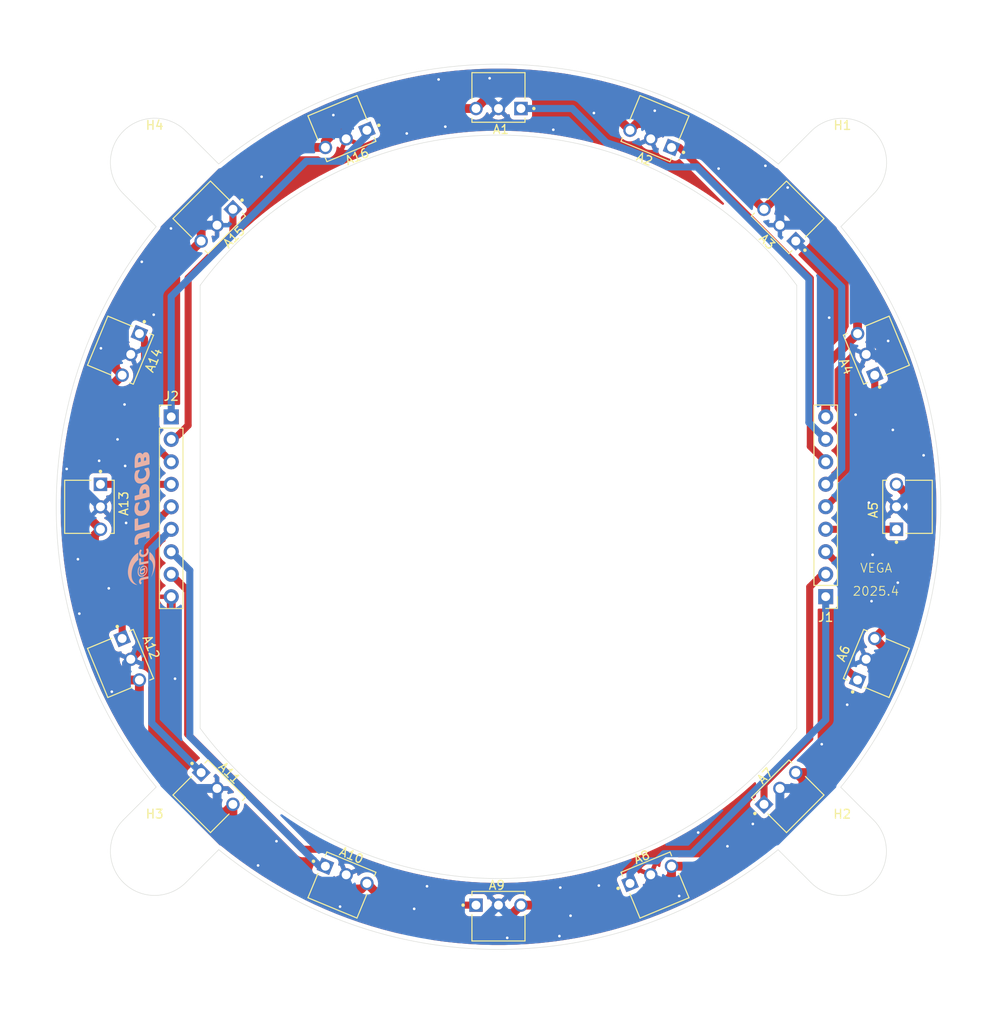
<source format=kicad_pcb>
(kicad_pcb (version 20240108) (generator "pcbnew") (generator_version "8.0")
  (layers (0 "F.Cu" signal) (31 "B.Cu" signal) (34 "B.Paste" user) (35 "F.Paste" user) (36 "B.SilkS" user "B.Silkscreen") (37 "F.SilkS" user "F.Silkscreen") (38 "B.Mask" user) (39 "F.Mask" user) (44 "Edge.Cuts" user))
  (net 0 "")
  (net 1 "+5V")
  (net 2 "1-8")
  (net 3 "GND")
  (net 4 "1-7")
  (net 5 "1-6")
  (net 6 "1-5")
  (net 7 "1-4")
  (net 8 "1-3")
  (net 9 "1-2")
  (net 10 "1-1")
  (net 11 "2-8")
  (net 12 "2-7")
  (net 13 "2-6")
  (net 14 "2-5")
  (net 15 "2-4")
  (net 16 "2-3")
  (net 17 "2-2")
  (net 18 "2-1")
  (footprint "BALLSensor:TSSP4038" (layer "F.Cu") (at 191.574579 82.779246 112.5)
    (property "Reference" "A4" (at -0.374 -2.635 112.5) (layer "F.SilkS"))
    (property "Value" "TSSP4038")
    (pad "1" thru_hole rect (at -2.54 0 112.5) (size 1.518 1.518) (drill 1.01) (layers "*.Cu" "*.Mask") (net 6 "1-5"))
    (pad "2" thru_hole circle (at 0 0 112.5) (size 1.518 1.518) (drill 1.01) (layers "*.Cu" "*.Mask") (net 3 "GND"))
    (pad "3" thru_hole circle (at 2.54 0 112.5) (size 1.518 1.518) (drill 1.01) (layers "*.Cu" "*.Mask") (net 1 "+5V"))
  )
  (footprint "BALLSensor:TSSP4038" (layer "F.Cu") (at 191.574579 117.220754 67.5)
    (property "Reference" "A6" (at -0.374 -2.635 67.5) (layer "F.SilkS"))
    (property "Value" "TSSP4038")
    (pad "1" thru_hole rect (at -2.54 0 67.5) (size 1.518 1.518) (drill 1.01) (layers "*.Cu" "*.Mask") (net 8 "1-3"))
    (pad "2" thru_hole circle (at 0 0 67.5) (size 1.518 1.518) (drill 1.01) (layers "*.Cu" "*.Mask") (net 3 "GND"))
    (pad "3" thru_hole circle (at 2.54 0 67.5) (size 1.518 1.518) (drill 1.01) (layers "*.Cu" "*.Mask") (net 1 "+5V"))
  )
  (footprint "BALLSensor:TSSP4038" (layer "F.Cu") (at 167.220754 141.574579 22.5)
    (property "Reference" "A8" (at -0.179761 -2.233376 22.5) (layer "F.SilkS"))
    (property "Value" "TSSP4038")
    (pad "1" thru_hole rect (at -2.54 0 22.5) (size 1.518 1.518) (drill 1.01) (layers "*.Cu" "*.Mask") (net 10 "1-1"))
    (pad "2" thru_hole circle (at 0 0 22.5) (size 1.518 1.518) (drill 1.01) (layers "*.Cu" "*.Mask") (net 3 "GND"))
    (pad "3" thru_hole circle (at 2.54 0 22.5) (size 1.518 1.518) (drill 1.01) (layers "*.Cu" "*.Mask") (net 1 "+5V"))
  )
  (footprint "MountingHole:MountingHole_3.2mm_M3" (layer "F.Cu") (at 188.885534 61.104466)
    (property "Reference" "H1" (at 0 -4.2 0) (layer "F.SilkS"))
    (property "Value" "MountingHole")
    (pad "" np_thru_hole circle (at 0 0) (size 3.2 3.2) (drill 3.2) (layers "*.Cu" "*.Mask"))
  )
  (footprint "BALLSensor:TSSP4038" (layer "F.Cu") (at 105 100 -90)
    (property "Reference" "A13" (at -0.374 -2.635 90) (layer "F.SilkS"))
    (property "Value" "TSSP4038")
    (pad "1" thru_hole rect (at -2.54 0 270) (size 1.518 1.518) (drill 1.01) (layers "*.Cu" "*.Mask") (net 15 "2-4"))
    (pad "2" thru_hole circle (at 0 0 270) (size 1.518 1.518) (drill 1.01) (layers "*.Cu" "*.Mask") (net 3 "GND"))
    (pad "3" thru_hole circle (at 2.54 0 270) (size 1.518 1.518) (drill 1.01) (layers "*.Cu" "*.Mask") (net 1 "+5V"))
  )
  (footprint "MountingHole:MountingHole_3.2mm_M3" (layer "F.Cu") (at 188.865534 138.915534)
    (property "Reference" "H2" (at 0 -4.2 0) (layer "F.SilkS"))
    (property "Value" "MountingHole")
    (pad "" np_thru_hole circle (at 0 0) (size 3.2 3.2) (drill 3.2) (layers "*.Cu" "*.Mask"))
  )
  (footprint "BALLSensor:TSSP4038" (layer "F.Cu") (at 150 55 180)
    (property "Reference" "A1" (at -0.27 -2.36 0) (layer "F.SilkS"))
    (property "Value" "TSSP4038")
    (pad "1" thru_hole rect (at -2.54 0 180) (size 1.518 1.518) (drill 1.01) (layers "*.Cu" "*.Mask") (net 2 "1-8"))
    (pad "2" thru_hole circle (at 0 0 180) (size 1.518 1.518) (drill 1.01) (layers "*.Cu" "*.Mask") (net 3 "GND"))
    (pad "3" thru_hole circle (at 2.54 0 180) (size 1.518 1.518) (drill 1.01) (layers "*.Cu" "*.Mask") (net 1 "+5V"))
  )
  (footprint "BALLSensor:TSSP4038" (layer "F.Cu") (at 118.180195 131.819805 -45)
    (property "Reference" "A11" (at -0.240416 -2.22004 135) (layer "F.SilkS"))
    (property "Value" "TSSP4038")
    (pad "1" thru_hole rect (at -2.54 0 315) (size 1.518 1.518) (drill 1.01) (layers "*.Cu" "*.Mask") (net 13 "2-6"))
    (pad "2" thru_hole circle (at 0 0 315) (size 1.518 1.518) (drill 1.01) (layers "*.Cu" "*.Mask") (net 3 "GND"))
    (pad "3" thru_hole circle (at 2.54 0 315) (size 1.518 1.518) (drill 1.01) (layers "*.Cu" "*.Mask") (net 1 "+5V"))
  )
  (footprint "BALLSensor:TSSP4038" (layer "F.Cu") (at 150 145)
    (property "Reference" "A9" (at -0.19 -2.24 0) (layer "F.SilkS"))
    (property "Value" "TSSP4038")
    (pad "1" thru_hole rect (at -2.54 0) (size 1.518 1.518) (drill 1.01) (layers "*.Cu" "*.Mask") (net 11 "2-8"))
    (pad "2" thru_hole circle (at 0 0) (size 1.518 1.518) (drill 1.01) (layers "*.Cu" "*.Mask") (net 3 "GND"))
    (pad "3" thru_hole circle (at 2.54 0) (size 1.518 1.518) (drill 1.01) (layers "*.Cu" "*.Mask") (net 1 "+5V"))
  )
  (footprint "Connector_PinHeader_2.54mm:PinHeader_1x09_P2.54mm_Vertical" (layer "F.Cu") (at 113 89.84)
    (property "Reference" "J2" (at 0 -2.33 0) (layer "F.SilkS"))
    (property "Value" "Conn_01x09_Socket")
    (pad "1" thru_hole rect (at 0 0) (size 1.7 1.7) (drill 1) (layers "*.Cu" "*.Mask") (net 18 "2-1"))
    (pad "2" thru_hole oval (at 0 2.54) (size 1.7 1.7) (drill 1) (layers "*.Cu" "*.Mask") (net 17 "2-2"))
    (pad "3" thru_hole oval (at 0 5.08) (size 1.7 1.7) (drill 1) (layers "*.Cu" "*.Mask") (net 16 "2-3"))
    (pad "4" thru_hole oval (at 0 7.62) (size 1.7 1.7) (drill 1) (layers "*.Cu" "*.Mask") (net 15 "2-4"))
    (pad "5" thru_hole oval (at 0 10.16) (size 1.7 1.7) (drill 1) (layers "*.Cu" "*.Mask") (net 14 "2-5"))
    (pad "6" thru_hole oval (at 0 12.7) (size 1.7 1.7) (drill 1) (layers "*.Cu" "*.Mask") (net 13 "2-6"))
    (pad "7" thru_hole oval (at 0 15.24) (size 1.7 1.7) (drill 1) (layers "*.Cu" "*.Mask") (net 12 "2-7"))
    (pad "8" thru_hole oval (at 0 17.78) (size 1.7 1.7) (drill 1) (layers "*.Cu" "*.Mask") (net 11 "2-8"))
    (pad "9" thru_hole oval (at 0 20.32) (size 1.7 1.7) (drill 1) (layers "*.Cu" "*.Mask") (net 3 "GND"))
  )
  (footprint "BALLSensor:TSSP4038" (layer "F.Cu") (at 108.425421 117.220754 -67.5)
    (property "Reference" "A12" (at -0.374 -2.635 112.5) (layer "F.SilkS"))
    (property "Value" "TSSP4038")
    (pad "1" thru_hole rect (at -2.54 0 292.5) (size 1.518 1.518) (drill 1.01) (layers "*.Cu" "*.Mask") (net 14 "2-5"))
    (pad "2" thru_hole circle (at 0 0 292.5) (size 1.518 1.518) (drill 1.01) (layers "*.Cu" "*.Mask") (net 3 "GND"))
    (pad "3" thru_hole circle (at 2.54 0 292.5) (size 1.518 1.518) (drill 1.01) (layers "*.Cu" "*.Mask") (net 1 "+5V"))
  )
  (footprint "BALLSensor:TSSP4038" (layer "F.Cu") (at 167.220754 58.425421 157.5)
    (property "Reference" "A2" (at -0.226858 -2.378843 157.5) (layer "F.SilkS"))
    (property "Value" "TSSP4038")
    (pad "1" thru_hole rect (at -2.54 0 157.5) (size 1.518 1.518) (drill 1.01) (layers "*.Cu" "*.Mask") (net 4 "1-7"))
    (pad "2" thru_hole circle (at 0 0 157.5) (size 1.518 1.518) (drill 1.01) (layers "*.Cu" "*.Mask") (net 3 "GND"))
    (pad "3" thru_hole circle (at 2.54 0 157.5) (size 1.518 1.518) (drill 1.01) (layers "*.Cu" "*.Mask") (net 1 "+5V"))
  )
  (footprint "BALLSensor:TSSP4038" (layer "F.Cu") (at 132.779246 141.574579 -22.5)
    (property "Reference" "A10" (at -0.284805 -2.257425 157.5) (layer "F.SilkS"))
    (property "Value" "TSSP4038")
    (pad "1" thru_hole rect (at -2.54 0 337.5) (size 1.518 1.518) (drill 1.01) (layers "*.Cu" "*.Mask") (net 12 "2-7"))
    (pad "2" thru_hole circle (at 0 0 337.5) (size 1.518 1.518) (drill 1.01) (layers "*.Cu" "*.Mask") (net 3 "GND"))
    (pad "3" thru_hole circle (at 2.54 0 337.5) (size 1.518 1.518) (drill 1.01) (layers "*.Cu" "*.Mask") (net 1 "+5V"))
  )
  (footprint "Connector_PinHeader_2.54mm:PinHeader_1x09_P2.54mm_Vertical" (layer "F.Cu") (at 187 110.15 180)
    (property "Reference" "J1" (at 0 -2.33 180) (layer "F.SilkS"))
    (property "Value" "Conn_01x09_Socket")
    (pad "1" thru_hole rect (at 0 0 180) (size 1.7 1.7) (drill 1) (layers "*.Cu" "*.Mask") (net 10 "1-1"))
    (pad "2" thru_hole oval (at 0 2.54 180) (size 1.7 1.7) (drill 1) (layers "*.Cu" "*.Mask") (net 9 "1-2"))
    (pad "3" thru_hole oval (at 0 5.08 180) (size 1.7 1.7) (drill 1) (layers "*.Cu" "*.Mask") (net 8 "1-3"))
    (pad "4" thru_hole oval (at 0 7.62 180) (size 1.7 1.7) (drill 1) (layers "*.Cu" "*.Mask") (net 7 "1-4"))
    (pad "5" thru_hole oval (at 0 10.16 180) (size 1.7 1.7) (drill 1) (layers "*.Cu" "*.Mask") (net 6 "1-5"))
    (pad "6" thru_hole oval (at 0 12.7 180) (size 1.7 1.7) (drill 1) (layers "*.Cu" "*.Mask") (net 5 "1-6"))
    (pad "7" thru_hole oval (at 0 15.24 180) (size 1.7 1.7) (drill 1) (layers "*.Cu" "*.Mask") (net 4 "1-7"))
    (pad "8" thru_hole oval (at 0 17.78 180) (size 1.7 1.7) (drill 1) (layers "*.Cu" "*.Mask") (net 2 "1-8"))
    (pad "9" thru_hole oval (at 0 20.32 180) (size 1.7 1.7) (drill 1) (layers "*.Cu" "*.Mask") (net 1 "+5V"))
  )
  (footprint "BALLSensor:TSSP4038" (layer "F.Cu") (at 181.819805 131.819805 45)
    (property "Reference" "A7" (at -0.176777 -2.184684 45) (layer "F.SilkS"))
    (property "Value" "TSSP4038")
    (pad "1" thru_hole rect (at -2.54 0 45) (size 1.518 1.518) (drill 1.01) (layers "*.Cu" "*.Mask") (net 9 "1-2"))
    (pad "2" thru_hole circle (at 0 0 45) (size 1.518 1.518) (drill 1.01) (layers "*.Cu" "*.Mask") (net 3 "GND"))
    (pad "3" thru_hole circle (at 2.54 0 45) (size 1.518 1.518) (drill 1.01) (layers "*.Cu" "*.Mask") (net 1 "+5V"))
  )
  (footprint "BALLSensor:TSSP4038" (layer "F.Cu") (at 195 100 90)
    (property "Reference" "A5" (at -0.374 -2.635 90) (layer "F.SilkS"))
    (property "Value" "TSSP4038")
    (pad "1" thru_hole rect (at -2.54 0 90) (size 1.518 1.518) (drill 1.01) (layers "*.Cu" "*.Mask") (net 7 "1-4"))
    (pad "2" thru_hole circle (at 0 0 90) (size 1.518 1.518) (drill 1.01) (layers "*.Cu" "*.Mask") (net 3 "GND"))
    (pad "3" thru_hole circle (at 2.54 0 90) (size 1.518 1.518) (drill 1.01) (layers "*.Cu" "*.Mask") (net 1 "+5V"))
  )
  (footprint "BALLSensor:TSSP4038" (layer "F.Cu") (at 181.819805 68.180195 135)
    (property "Reference" "A3" (at -0.289914 -2.340248 135) (layer "F.SilkS"))
    (property "Value" "TSSP4038")
    (pad "1" thru_hole rect (at -2.54 0 135) (size 1.518 1.518) (drill 1.01) (layers "*.Cu" "*.Mask") (net 5 "1-6"))
    (pad "2" thru_hole circle (at 0 0 135) (size 1.518 1.518) (drill 1.01) (layers "*.Cu" "*.Mask") (net 3 "GND"))
    (pad "3" thru_hole circle (at 2.54 0 135) (size 1.518 1.518) (drill 1.01) (layers "*.Cu" "*.Mask") (net 1 "+5V"))
  )
  (footprint "BALLSensor:TSSP4038" (layer "F.Cu") (at 118.180195 68.180195 -135)
    (property "Reference" "A15" (at -0.410122 -2.304892 45) (layer "F.SilkS"))
    (property "Value" "TSSP4038")
    (pad "1" thru_hole rect (at -2.54 0 225) (size 1.518 1.518) (drill 1.01) (layers "*.Cu" "*.Mask") (net 17 "2-2"))
    (pad "2" thru_hole circle (at 0 0 225) (size 1.518 1.518) (drill 1.01) (layers "*.Cu" "*.Mask") (net 3 "GND"))
    (pad "3" thru_hole circle (at 2.54 0 225) (size 1.518 1.518) (drill 1.01) (layers "*.Cu" "*.Mask") (net 1 "+5V"))
  )
  (footprint "BALLSensor:TSSP4038" (layer "F.Cu") (at 108.425421 82.779246 -112.5)
    (property "Reference" "A14" (at -0.374 -2.635 67.5) (layer "F.SilkS"))
    (property "Value" "TSSP4038")
    (pad "1" thru_hole rect (at -2.54 0 247.5) (size 1.518 1.518) (drill 1.01) (layers "*.Cu" "*.Mask") (net 16 "2-3"))
    (pad "2" thru_hole circle (at 0 0 247.5) (size 1.518 1.518) (drill 1.01) (layers "*.Cu" "*.Mask") (net 3 "GND"))
    (pad "3" thru_hole circle (at 2.54 0 247.5) (size 1.518 1.518) (drill 1.01) (layers "*.Cu" "*.Mask") (net 1 "+5V"))
  )
  (footprint "BALLSensor:TSSP4038" (layer "F.Cu") (at 132.779246 58.425421 -157.5)
    (property "Reference" "A16" (at -0.375361 -2.336044 22.5) (layer "F.SilkS"))
    (property "Value" "TSSP4038")
    (pad "1" thru_hole rect (at -2.54 0 202.5) (size 1.518 1.518) (drill 1.01) (layers "*.Cu" "*.Mask") (net 18 "2-1"))
    (pad "2" thru_hole circle (at 0 0 202.5) (size 1.518 1.518) (drill 1.01) (layers "*.Cu" "*.Mask") (net 3 "GND"))
    (pad "3" thru_hole circle (at 2.54 0 202.5) (size 1.518 1.518) (drill 1.01) (layers "*.Cu" "*.Mask") (net 1 "+5V"))
  )
  (footprint "MountingHole:MountingHole_3.2mm_M3" (layer "F.Cu") (at 111.124466 61.094466)
    (property "Reference" "H4" (at 0 -4.2 0) (layer "F.SilkS"))
    (property "Value" "MountingHole")
    (pad "" np_thru_hole circle (at 0 0) (size 3.2 3.2) (drill 3.2) (layers "*.Cu" "*.Mask"))
  )
  (footprint "MountingHole:MountingHole_3.2mm_M3" (layer "F.Cu") (at 111.124466 138.905534)
    (property "Reference" "H3" (at 0 -4.2 0) (layer "F.SilkS"))
    (property "Value" "MountingHole")
    (pad "" np_thru_hole circle (at 0 0) (size 3.2 3.2) (drill 3.2) (layers "*.Cu" "*.Mask"))
  )
  (footprint "JLCPCBlogo:JLCPCB" (layer "B.Cu") (at 109.65 101.33 90)
    (property "Reference" "G***" (hide yes))
    (property "Value" "LOGO" (hide yes))
  )
  (gr_line (start 188.865534 131.844466) (end 192.401068 135.38) (stroke (width 0.05)) (layer "Edge.Cuts"))
  (gr_line (start 118.195534 138.905534) (end 118.36524 138.735828) (stroke (width 0.05)) (layer "Edge.Cuts"))
  (gr_line (start 111.294172 68.33524) (end 111.124466 68.165534) (stroke (width 0.05)) (layer "Edge.Cuts"))
  (gr_arc (start 188.715827 68.345241) (mid 200.009387 100.014072) (end 188.698006 131.676543) (stroke (width 0.05)) (layer "Edge.Cuts"))
  (gr_line (start 181.794466 138.915534) (end 181.62476 138.745828) (stroke (width 0.05)) (layer "Edge.Cuts"))
  (gr_arc (start 183.729999 125.02) (mid 150 141.996586) (end 116.270001 125.02) (stroke (width 0.05)) (layer "Edge.Cuts"))
  (gr_line (start 181.814466 61.104466) (end 185.35 57.568932) (stroke (width 0.05)) (layer "Edge.Cuts"))
  (gr_line (start 118.195534 61.094466) (end 114.66 57.558932) (stroke (width 0.05)) (layer "Edge.Cuts"))
  (gr_line (start 118.195534 61.094466) (end 118.36524 61.264172) (stroke (width 0.05)) (layer "Edge.Cuts"))
  (gr_line (start 188.885534 68.175534) (end 192.421068 64.64) (stroke (width 0.05)) (layer "Edge.Cuts"))
  (gr_line (start 181.814853 61.105147) (end 181.645147 61.274853) (stroke (width 0.05)) (layer "Edge.Cuts"))
  (gr_arc (start 116.270001 74.98) (mid 150 58.003414) (end 183.729999 74.98) (stroke (width 0.05)) (layer "Edge.Cuts"))
  (gr_line (start 114.66 142.441068) (end 118.195534 138.905534) (stroke (width 0.05)) (layer "Edge.Cuts"))
  (gr_line (start 181.794466 138.915534) (end 185.33 142.451068) (stroke (width 0.05)) (layer "Edge.Cuts"))
  (gr_arc (start 118.366316 61.265489) (mid 150.007401 49.989479) (end 181.645147 61.274853) (stroke (width 0.05)) (layer "Edge.Cuts"))
  (gr_line (start 116.27 100) (end 116.27 125.02) (stroke (width 0.05)) (layer "Edge.Cuts"))
  (gr_line (start 107.588932 135.37) (end 111.124466 131.834466) (stroke (width 0.05)) (layer "Edge.Cuts"))
  (gr_line (start 183.73 99.99) (end 183.73 125.02) (stroke (width 0.05)) (layer "Edge.Cuts"))
  (gr_line (start 183.73 99.99) (end 183.73 74.98) (stroke (width 0.05)) (layer "Edge.Cuts"))
  (gr_arc (start 114.66 142.441068) (mid 107.588932 142.441068) (end 107.588932 135.37) (stroke (width 0.05)) (layer "Edge.Cuts"))
  (gr_line (start 111.124466 131.834466) (end 111.294172 131.66476) (stroke (width 0.05)) (layer "Edge.Cuts"))
  (gr_line (start 188.865534 131.844466) (end 188.695828 131.67476) (stroke (width 0.05)) (layer "Edge.Cuts"))
  (gr_line (start 111.124466 68.165534) (end 107.588932 64.63) (stroke (width 0.05)) (layer "Edge.Cuts"))
  (gr_arc (start 185.35 57.568932) (mid 192.421068 57.568932) (end 192.421068 64.64) (stroke (width 0.05)) (layer "Edge.Cuts"))
  (gr_line (start 188.885534 68.175534) (end 188.715828 68.34524) (stroke (width 0.05)) (layer "Edge.Cuts"))
  (gr_line (start 116.27 100) (end 116.27 74.98) (stroke (width 0.05)) (layer "Edge.Cuts"))
  (gr_arc (start 181.619102 138.738896) (mid 149.992966 150.004696) (end 118.37 138.729999) (stroke (width 0.05)) (layer "Edge.Cuts"))
  (gr_arc (start 192.401068 135.38) (mid 192.401068 142.451068) (end 185.33 142.451068) (stroke (width 0.05)) (layer "Edge.Cuts"))
  (gr_arc (start 111.299997 131.659995) (mid 99.999545 99.999997) (end 111.300001 68.340001) (stroke (width 0.05)) (layer "Edge.Cuts"))
  (gr_arc (start 107.588932 64.63) (mid 107.588932 57.558932) (end 114.66 57.558932) (stroke (width 0.05)) (layer "Edge.Cuts"))
  (gr_text "VEGA" (at 190.83 107.5 0) (layer "F.SilkS") (effects (font (size 1 1) (thickness 0.1)) (justify left bottom)))
  (gr_text "2025.4" (at 189.99 110.12 0) (layer "F.SilkS") (effects (font (size 1 1) (thickness 0.1)) (justify left bottom)))
  (segment (start 184.43 133.39) (end 184.43 130.837898) (width 1) (layer "F.Cu") (net 1))
  (segment (start 180.023754 66.384144) (end 177.25 63.61039) (width 1) (layer "F.Cu") (net 1))
  (segment (start 150.04 52.42) (end 147.46 55) (width 1) (layer "F.Cu") (net 1))
  (segment (start 135.1259 142.546595) (end 140.259305 147.68) (width 1) (layer "F.Cu") (net 1))
  (segment (start 172.154405 56.694405) (end 165.6331 56.694405) (width 1) (layer "F.Cu") (net 1))
  (segment (start 130.432592 59.397437) (end 122.574501 59.397437) (width 1) (layer "F.Cu") (net 1))
  (segment (start 194.76 118.85) (end 194.76 117.087505) (width 1) (layer "F.Cu") (net 1))
  (segment (start 181.187898 65.22) (end 180.023754 66.384144) (width 1) (layer "F.Cu") (net 1))
  (segment (start 102.67 100.21) (end 105 102.54) (width 1) (layer "F.Cu") (net 1))
  (segment (start 193.3 122.27) (end 193.3 120.31) (width 1) (layer "F.Cu") (net 1))
  (segment (start 116.384144 69.976246) (end 106.694405 79.665985) (width 1) (layer "F.Cu") (net 1))
  (segment (start 193.3 120.31) (end 194.76 118.85) (width 1) (layer "F.Cu") (net 1))
  (segment (start 190.602563 72.852563) (end 182.97 65.22) (width 1) (layer "F.Cu") (net 1))
  (segment (start 134.141329 55) (end 130.432592 58.708737) (width 1) (layer "F.Cu") (net 1))
  (segment (start 197.58 109.840695) (end 197.58 100.04) (width 1) (layer "F.Cu") (net 1))
  (segment (start 119.112102 134.48) (end 119.976246 133.615856) (width 1) (layer "F.Cu") (net 1))
  (segment (start 102.67 89.909305) (end 102.67 100.21) (width 1) (layer "F.Cu") (net 1))
  (segment (start 184.43 130.837898) (end 183.615856 130.023754) (width 1) (layer "F.Cu") (net 1))
  (segment (start 140.259305 147.68) (end 149.86 147.68) (width 1) (layer "F.Cu") (net 1))
  (segment (start 190.602563 80.432592) (end 187 84.035155) (width 1) (layer "F.Cu") (net 1))
  (segment (start 197.58 100.04) (end 195 97.46) (width 1) (layer "F.Cu") (net 1))
  (segment (start 182.97 65.22) (end 181.187898 65.22) (width 1) (layer "F.Cu") (net 1))
  (segment (start 177.25 61.79) (end 172.154405 56.694405) (width 1) (layer "F.Cu") (net 1))
  (segment (start 105 102.54) (end 104.32 103.22) (width 1) (layer "F.Cu") (net 1))
  (segment (start 164.8741 57.453405) (end 159.840695 52.42) (width 1) (layer "F.Cu") (net 1))
  (segment (start 149.86 147.68) (end 152.54 145) (width 1) (layer "F.Cu") (net 1))
  (segment (start 147.46 55) (end 134.141329 55) (width 1) (layer "F.Cu") (net 1))
  (segment (start 192.546595 114.8741) (end 197.58 109.840695) (width 1) (layer "F.Cu") (net 1))
  (segment (start 104.32 103.22) (end 104.32 116.69) (width 1) (layer "F.Cu") (net 1))
  (segment (start 106.694405 79.665985) (end 106.694405 84.3669) (width 1) (layer "F.Cu") (net 1))
  (segment (start 134.492495 143.18) (end 135.1259 142.546595) (width 1) (layer "F.Cu") (net 1))
  (segment (start 187 84.035155) (end 187 89.83) (width 1) (layer "F.Cu") (net 1))
  (segment (start 116.460341 134.48) (end 119.112102 134.48) (width 1) (layer "F.Cu") (net 1))
  (segment (start 130.432592 58.708737) (end 130.432592 59.397437) (width 1) (layer "F.Cu") (net 1))
  (segment (start 169.567408 140.602563) (end 177.217437 140.602563) (width 1) (layer "F.Cu") (net 1))
  (segment (start 165.6331 56.694405) (end 164.8741 57.453405) (width 1) (layer "F.Cu") (net 1))
  (segment (start 169.567408 141.675951) (end 169.567408 140.602563) (width 1) (layer "F.Cu") (net 1))
  (segment (start 122.574501 59.397437) (end 116.384144 65.587794) (width 1) (layer "F.Cu") (net 1))
  (segment (start 116.384144 65.587794) (end 116.384144 69.976246) (width 1) (layer "F.Cu") (net 1))
  (segment (start 183.615856 130.023754) (end 185.546246 130.023754) (width 1) (layer "F.Cu") (net 1))
  (segment (start 152.54 145) (end 166.243359 145) (width 1) (layer "F.Cu") (net 1))
  (segment (start 159.840695 52.42) (end 150.04 52.42) (width 1) (layer "F.Cu") (net 1))
  (segment (start 190.602563 80.432592) (end 190.602563 72.852563) (width 1) (layer "F.Cu") (net 1))
  (segment (start 128.09 143.18) (end 134.492495 143.18) (width 1) (layer "F.Cu") (net 1))
  (segment (start 106.694405 84.3669) (end 107.453405 85.1259) (width 1) (layer "F.Cu") (net 1))
  (segment (start 177.25 63.61039) (end 177.25 61.79) (width 1) (layer "F.Cu") (net 1))
  (segment (start 107.453405 85.1259) (end 102.67 89.909305) (width 1) (layer "F.Cu") (net 1))
  (segment (start 194.76 117.087505) (end 192.546595 114.8741) (width 1) (layer "F.Cu") (net 1))
  (segment (start 104.32 116.69) (end 107.197408 119.567408) (width 1) (layer "F.Cu") (net 1))
  (segment (start 177.217437 140.602563) (end 184.43 133.39) (width 1) (layer "F.Cu") (net 1))
  (segment (start 107.197408 119.567408) (end 109.397437 119.567408) (width 1) (layer "F.Cu") (net 1))
  (segment (start 109.397437 127.417096) (end 116.460341 134.48) (width 1) (layer "F.Cu") (net 1))
  (segment (start 185.546246 130.023754) (end 193.3 122.27) (width 1) (layer "F.Cu") (net 1))
  (segment (start 119.976246 133.615856) (end 119.976246 135.066246) (width 1) (layer "F.Cu") (net 1))
  (segment (start 119.976246 135.066246) (end 128.09 143.18) (width 1) (layer "F.Cu") (net 1))
  (segment (start 166.243359 145) (end 169.567408 141.675951) (width 1) (layer "F.Cu") (net 1))
  (segment (start 109.397437 119.567408) (end 109.397437 127.417096) (width 1) (layer "F.Cu") (net 1))
  (segment (start 158.34 55) (end 162.215072 58.875072) (width 0.8) (layer "B.Cu") (net 2))
  (segment (start 172.44 61.6) (end 185.1 74.26) (width 0.8) (layer "B.Cu") (net 2))
  (segment (start 162.455917 58.944083) (end 163.722763 59.349982) (width 0.8) (layer "B.Cu") (net 2))
  (segment (start 152.54 55) (end 158.34 55) (width 0.8) (layer "B.Cu") (net 2))
  (segment (start 162.215072 58.875072) (end 162.455917 58.944083) (width 0.8) (layer "B.Cu") (net 2))
  (segment (start 166.215582 60.278556) (end 167.439245 60.800371) (width 0.8) (layer "B.Cu") (net 2))
  (segment (start 185.1 74.26) (end 185.1 90.47) (width 0.8) (layer "B.Cu") (net 2))
  (segment (start 164.976365 59.794941) (end 166.215582 60.278556) (width 0.8) (layer "B.Cu") (net 2))
  (segment (start 168.646098 61.35985) (end 169.12466 61.6) (width 0.8) (layer "B.Cu") (net 2))
  (segment (start 169.12466 61.6) (end 172.44 61.6) (width 0.8) (layer "B.Cu") (net 2))
  (segment (start 163.722763 59.349982) (end 164.976365 59.794941) (width 0.8) (layer "B.Cu") (net 2))
  (segment (start 167.439245 60.800371) (end 168.646098 61.35985) (width 0.8) (layer "B.Cu") (net 2))
  (segment (start 185.1 90.47) (end 187 92.37) (width 0.8) (layer "B.Cu") (net 2))
  (segment (start 113 110.16) (end 113 112.58) (width 1) (layer "F.Cu") (net 3))
  (segment (start 108.425421 117.154579) (end 108.425421 117.220754) (width 1) (layer "F.Cu") (net 3))
  (segment (start 113 112.58) (end 108.425421 117.154579) (width 1) (layer "F.Cu") (net 3))
  (via (at 191.88 99.53) (size 0.6) (drill 0.3) (layers "F.Cu" "B.Cu") (net 3))
  (via (at 109.67 72.32) (size 0.6) (drill 0.3) (layers "F.Cu" "B.Cu") (net 3))
  (via (at 113.43 119.42) (size 0.6) (drill 0.3) (layers "F.Cu" "B.Cu") (net 3))
  (via (at 180.18 61.47) (size 0.6) (drill 0.3) (layers "F.Cu" "B.Cu") (net 3))
  (via (at 156.99 143.02) (size 0.6) (drill 0.3) (layers "F.Cu" "B.Cu") (net 3))
  (via (at 140.47 145.42) (size 0.6) (drill 0.3) (layers "F.Cu" "B.Cu") (net 3))
  (via (at 172.58 136.8) (size 0.6) (drill 0.3) (layers "F.Cu" "B.Cu") (net 3))
  (via (at 143.23 51.72) (size 0.6) (drill 0.3) (layers "F.Cu" "B.Cu") (net 3))
  (via (at 106.28 120.89) (size 0.6) (drill 0.3) (layers "F.Cu" "B.Cu") (net 3))
  (via (at 160.79 55.51) (size 0.6) (drill 0.3) (layers "F.Cu" "B.Cu") (net 3))
  (via (at 122.82 140.52) (size 0.6) (drill 0.3) (layers "F.Cu" "B.Cu") (net 3))
  (via (at 106.93 92.38) (size 0.6) (drill 0.3) (layers "F.Cu" "B.Cu") (net 3))
  (via (at 150.99 148.7) (size 0.6) (drill 0.3) (layers "F.Cu" "B.Cu") (net 3))
  (via (at 105.05 82.09) (size 0.6) (drill 0.3) (layers "F.Cu" "B.Cu") (net 3))
  (via (at 167.67 55.25) (size 0.6) (drill 0.3) (layers "F.Cu" "B.Cu") (net 3))
  (via (at 105.94 109.21) (size 0.6) (drill 0.3) (layers "F.Cu" "B.Cu") (net 3))
  (via (at 112.97 68.55) (size 0.6) (drill 0.3) (layers "F.Cu" "B.Cu") (net 3))
  (via (at 192.3 105.42) (size 0.6) (drill 0.3) (layers "F.Cu" "B.Cu") (net 3))
  (via (at 158.15 146.2) (size 0.6) (drill 0.3) (layers "F.Cu" "B.Cu") (net 3))
  (via (at 170.43 143.97) (size 0.6) (drill 0.3) (layers "F.Cu" "B.Cu") (net 3))
  (via (at 198.07 94.18) (size 0.6) (drill 0.3) (layers "F.Cu" "B.Cu") (net 3))
  (via (at 195.15 108.57) (size 0.6) (drill 0.3) (layers "F.Cu" "B.Cu") (net 3))
  (via (at 175.89 138.35) (size 0.6) (drill 0.3) (layers "F.Cu" "B.Cu") (net 3))
  (via (at 161.35 142.79) (size 0.6) (drill 0.3) (layers "F.Cu" "B.Cu") (net 3))
  (via (at 123.22 62.71) (size 0.6) (drill 0.3) (layers "F.Cu" "B.Cu") (net 3))
  (via (at 141.92 142.87) (size 0.6) (drill 0.3) (layers "F.Cu" "B.Cu") (net 3))
  (via (at 156.89 148.5) (size 0.6) (drill 0.3) (layers "F.Cu" "B.Cu") (net 3))
  (via (at 186.55 126.82) (size 0.6) (drill 0.3) (layers "F.Cu" "B.Cu") (net 3))
  (via (at 182.7 63.93) (size 0.6) (drill 0.3) (layers "F.Cu" "B.Cu") (net 3))
  (via (at 107.72 88.44) (size 0.6) (drill 0.3) (layers "F.Cu" "B.Cu") (net 3))
  (via (at 132.09 145.17) (size 0.6) (drill 0.3) (layers "F.Cu" "B.Cu") (net 3))
  (via (at 189.43 122.36) (size 0.6) (drill 0.3) (layers "F.Cu" "B.Cu") (net 3))
  (via (at 194.06 81.26) (size 0.6) (drill 0.3) (layers "F.Cu" "B.Cu") (net 3))
  (via (at 178.76 135.83) (size 0.6) (drill 0.3) (layers "F.Cu" "B.Cu") (net 3))
  (via (at 156.2 57.4) (size 0.6) (drill 0.3) (layers "F.Cu" "B.Cu") (net 3))
  (via (at 143.99 57.05) (size 0.6) (drill 0.3) (layers "F.Cu" "B.Cu") (net 3))
  (via (at 124.9 137.78) (size 0.6) (drill 0.3) (layers "F.Cu" "B.Cu") (net 3))
  (via (at 107.79 95.38) (size 0.6) (drill 0.3) (layers "F.Cu" "B.Cu") (net 3))
  (via (at 101.18 95.72) (size 0.6) (drill 0.3) (layers "F.Cu" "B.Cu") (net 3))
  (via (at 190.38 89.59) (size 0.6) (drill 0.3) (layers "F.Cu" "B.Cu") (net 3))
  (via (at 107.9 101.82) (size 0.6) (drill 0.3) (layers "F.Cu" "B.Cu") (net 3))
  (via (at 102.61 112.07) (size 0.6) (drill 0.3) (layers "F.Cu" "B.Cu") (net 3))
  (via (at 149 51.58) (size 0.6) (drill 0.3) (layers "F.Cu" "B.Cu") (net 3))
  (via (at 131.33 55.74) (size 0.6) (drill 0.3) (layers "F.Cu" "B.Cu") (net 3))
  (via (at 192.18 110.66) (size 0.6) (drill 0.3) (layers "F.Cu" "B.Cu") (net 3))
  (via (at 104.85 94.8) (size 0.6) (drill 0.3) (layers "F.Cu" "B.Cu") (net 3))
  (via (at 194.59 91.31) (size 0.6) (drill 0.3) (layers "F.Cu" "B.Cu") (net 3))
  (via (at 139.63 57.82) (size 0.6) (drill 0.3) (layers "F.Cu" "B.Cu") (net 3))
  (via (at 102.45 105.92) (size 0.6) (drill 0.3) (layers "F.Cu" "B.Cu") (net 3))
  (via (at 174.89 61.79) (size 0.6) (drill 0.3) (layers "F.Cu" "B.Cu") (net 3))
  (via (at 111.02 78.3) (size 0.6) (drill 0.3) (layers "F.Cu" "B.Cu") (net 3))
  (via (at 187.39 78.63) (size 0.6) (drill 0.3) (layers "F.Cu" "B.Cu") (net 3))
  (segment (start 192.061563 82.292262) (end 192.061563 75.341563) (width 1) (layer "B.Cu") (net 3))
  (segment (start 126.3 57.84) (end 118.180195 65.959805) (width 1) (layer "B.Cu") (net 3))
  (segment (start 152.39 147.39) (end 162.442081 147.39) (width 1) (layer "B.Cu") (net 3))
  (segment (start 192.639246 82.779246) (end 191.574579 82.779246) (width 1) (layer "B.Cu") (net 3))
  (segment (start 192.287746 124.742254) (end 192.333579 124.665401) (width 1) (layer "B.Cu") (net 3))
  (segment (start 191.574579 117.220754) (end 193.551013 117.220754) (width 1) (layer "B.Cu") (net 3))
  (segment (start 102.95 97.95) (end 105 100) (width 1) (layer "B.Cu") (net 3))
  (segment (start 107.938437 124.978437) (end 114.779805 131.819805) (width 1) (layer "B.Cu") (net 3))
  (segment (start 118.180195 68.180195) (end 116.116857 68.180195) (width 1) (layer "B.Cu") (net 3))
  (segment (start 181.819805 64.789805) (end 174.744691 57.714691) (width 1) (layer "B.Cu") (net 3))
  (segment (start 196.459 98.541) (end 196.459 86.599) (width 1) (layer "B.Cu") (net 3))
  (segment (start 174.615322 57.64) (end 168.006175 57.64) (width 1) (layer "B.Cu") (net 3))
  (segment (start 174.661085 142.333579) (end 174.815671 142.244329) (width 1) (layer "B.Cu") (net 3))
  (segment (start 116.116857 68.180195) (end 107.705756 76.591296) (width 1) (layer "B.Cu") (net 3))
  (segment (start 132.779246 57.270754) (end 132.779246 58.425421) (width 1) (layer "B.Cu") (net 3))
  (segment (start 122.81 139.07) (end 126.034244 142.294244) (width 1) (layer "B.Cu") (net 3))
  (segment (start 185.210195 131.819805) (end 192.287746 124.742254) (width 1) (layer "B.Cu") (net 3))
  (segment (start 192.333579 124.665401) (end 192.333579 117.979754) (width 1) (layer "B.Cu") (net 3))
  (segment (start 120.9 139.07) (end 122.81 139.07) (width 1) (layer "B.Cu") (net 3))
  (segment (start 152.15 52.85) (end 150 55) (width 1) (layer "B.Cu") (net 3))
  (segment (start 167.979754 142.333579) (end 174.661085 142.333579) (width 1) (layer "B.Cu") (net 3))
  (segment (start 132.779246 141.574579) (end 132.779246 142.647967) (width 1) (layer "B.Cu") (net 3))
  (segment (start 126.034244 142.294244) (end 132.059581 142.294244) (width 1) (layer "B.Cu") (net 3))
  (segment (start 167.220754 57.352033) (end 162.718721 52.85) (width 1) (layer "B.Cu") (net 3))
  (segment (start 107.705756 76.591296) (end 107.705756 82.059581) (width 1) (layer "B.Cu") (net 3))
  (segment (start 107.705756 82.059581) (end 108.425421 82.779246) (width 1) (layer "B.Cu") (net 3))
  (segment (start 137.24 52.81) (end 132.779246 57.270754) (width 1) (layer "B.Cu") (net 3))
  (segment (start 168.006175 57.64) (end 167.220754 58.425421) (width 1) (layer "B.Cu") (net 3))
  (segment (start 181.819805 131.819805) (end 185.210195 131.819805) (width 1) (layer "B.Cu") (net 3))
  (segment (start 181.819805 135.240195) (end 181.819805 131.819805) (width 1) (layer "B.Cu") (net 3))
  (segment (start 197.024177 113.74759) (end 197.05 113.658801) (width 1) (layer "B.Cu") (net 3))
  (segment (start 114.779805 131.819805) (end 118.180195 131.819805) (width 1) (layer "B.Cu") (net 3))
  (segment (start 197.05 113.658801) (end 197.05 102.05) (width 1) (layer "B.Cu") (net 3))
  (segment (start 191.574579 82.779246) (end 192.061563 82.292262) (width 1) (layer "B.Cu") (net 3))
  (segment (start 150 145) (end 152.39 147.39) (width 1) (layer "B.Cu") (net 3))
  (segment (start 181.819805 68.180195) (end 181.819805 64.789805) (width 1) (layer "B.Cu") (net 3))
  (segment (start 150 55) (end 147.81 52.81) (width 1) (layer "B.Cu") (net 3))
  (segment (start 162.718721 52.85) (end 152.15 52.85) (width 1) (layer "B.Cu") (net 3))
  (segment (start 137.091279 146.96) (end 148.04 146.96) (width 1) (layer "B.Cu") (net 3))
  (segment (start 167.220754 58.425421) (end 167.220754 57.352033) (width 1) (layer "B.Cu") (net 3))
  (segment (start 108.425421 117.220754) (end 107.938437 117.707738) (width 1) (layer "B.Cu") (net 3))
  (segment (start 192.333579 117.979754) (end 191.574579 117.220754) (width 1) (layer "B.Cu") (net 3))
  (segment (start 196.459 86.599) (end 192.639246 82.779246) (width 1) (layer "B.Cu") (net 3))
  (segment (start 162.522029 147.367971) (end 167.220754 142.669246) (width 1) (layer "B.Cu") (net 3))
  (segment (start 118.180195 136.350195) (end 120.9 139.07) (width 1) (layer "B.Cu") (net 3))
  (segment (start 102.95 87.181279) (end 102.95 97.95) (width 1) (layer "B.Cu") (net 3))
  (segment (start 167.220754 141.574579) (end 167.979754 142.333579) (width 1) (layer "B.Cu") (net 3))
  (segment (start 174.744691 57.714691) (end 174.615322 57.64) (width 1) (layer "B.Cu") (net 3))
  (segment (start 107.352033 82.779246) (end 102.95 87.181279) (width 1) (layer "B.Cu") (net 3))
  (segment (start 174.815671 142.244329) (end 181.819805 135.240195) (width 1) (layer "B.Cu") (net 3))
  (segment (start 132.193825 57.84) (end 126.3 57.84) (width 1) (layer "B.Cu") (net 3))
  (segment (start 197.05 102.05) (end 195 100) (width 1) (layer "B.Cu") (net 3))
  (segment (start 184.900195 68.180195) (end 181.819805 68.180195) (width 1) (layer "B.Cu") (net 3))
  (segment (start 132.779246 58.425421) (end 132.193825 57.84) (width 1) (layer "B.Cu") (net 3))
  (segment (start 108.425421 82.779246) (end 107.352033 82.779246) (width 1) (layer "B.Cu") (net 3))
  (segment (start 192.061563 75.341563) (end 184.900195 68.180195) (width 1) (layer "B.Cu") (net 3))
  (segment (start 195 100) (end 196.459 98.541) (width 1) (layer "B.Cu") (net 3))
  (segment (start 147.81 52.81) (end 137.24 52.81) (width 1) (layer "B.Cu") (net 3))
  (segment (start 132.779246 142.647967) (end 137.091279 146.96) (width 1) (layer "B.Cu") (net 3))
  (segment (start 167.220754 142.669246) (end 167.220754 141.574579) (width 1) (layer "B.Cu") (net 3))
  (segment (start 162.442081 147.39) (end 162.522029 147.367971) (width 1) (layer "B.Cu") (net 3))
  (segment (start 148.04 146.96) (end 150 145) (width 1) (layer "B.Cu") (net 3))
  (segment (start 107.938437 117.707738) (end 107.938437 124.978437) (width 1) (layer "B.Cu") (net 3))
  (segment (start 132.059581 142.294244) (end 132.779246 141.574579) (width 1) (layer "B.Cu") (net 3))
  (segment (start 118.180195 65.959805) (end 118.180195 68.180195) (width 1) (layer "B.Cu") (net 3))
  (segment (start 118.180195 131.819805) (end 118.180195 136.350195) (width 1) (layer "B.Cu") (net 3))
  (segment (start 193.551013 117.220754) (end 197.024177 113.74759) (width 1) (layer "B.Cu") (net 3))
  (segment (start 185.26 93.17) (end 187 94.91) (width 0.8) (layer "F.Cu") (net 4))
  (segment (start 169.567408 59.397437) (end 170.467437 59.397437) (width 0.8) (layer "F.Cu") (net 4))
  (segment (start 185.26 74.19) (end 185.26 93.17) (width 0.8) (layer "F.Cu") (net 4))
  (segment (start 170.467437 59.397437) (end 185.26 74.19) (width 0.8) (layer "F.Cu") (net 4))
  (segment (start 188.81 75.17039) (end 188.81 95.64) (width 0.8) (layer "B.Cu") (net 5))
  (segment (start 183.615856 69.976246) (end 188.81 75.17039) (width 0.8) (layer "B.Cu") (net 5))
  (segment (start 188.81 95.64) (end 187 97.45) (width 0.8) (layer "B.Cu") (net 5))
  (segment (start 192.546595 94.443405) (end 187 99.99) (width 0.8) (layer "F.Cu") (net 6))
  (segment (start 192.546595 85.1259) (end 192.546595 94.443405) (width 0.8) (layer "F.Cu") (net 6))
  (segment (start 195 102.54) (end 187.01 102.54) (width 0.8) (layer "F.Cu") (net 7))
  (segment (start 187.01 102.54) (end 187 102.53) (width 0.8) (layer "F.Cu") (net 7))
  (segment (start 189.46 118.424845) (end 189.46 107.53) (width 0.8) (layer "F.Cu") (net 8))
  (segment (start 190.602563 119.567408) (end 189.46 118.424845) (width 0.8) (layer "F.Cu") (net 8))
  (segment (start 189.46 107.53) (end 187 105.07) (width 0.8) (layer "F.Cu") (net 8))
  (segment (start 186.64 107.61) (end 187 107.61) (width 0.8) (layer "F.Cu") (net 9))
  (segment (start 180.023754 133.615856) (end 180.023754 131.336246) (width 0.8) (layer "F.Cu") (net 9))
  (segment (start 180.023754 131.336246) (end 185.19 126.17) (width 0.8) (layer "F.Cu") (net 9))
  (segment (start 185.19 109.06) (end 186.64 107.61) (width 0.8) (layer "F.Cu") (net 9))
  (segment (start 185.19 126.17) (end 185.19 109.06) (width 0.8) (layer "F.Cu") (net 9))
  (segment (start 168.71 139.19) (end 171.86 139.19) (width 0.8) (layer "B.Cu") (net 10))
  (segment (start 164.8741 142.546595) (end 164.8741 141.43704) (width 0.8) (layer "B.Cu") (net 10))
  (segment (start 171.86 139.19) (end 187 124.05) (width 0.8) (layer "B.Cu") (net 10))
  (segment (start 187 124.05) (end 187 110.15) (width 0.8) (layer "B.Cu") (net 10))
  (segment (start 164.8741 141.43704) (end 166.31114 140) (width 0.8) (layer "B.Cu") (net 10))
  (segment (start 166.31114 140) (end 167.9 140) (width 0.8) (layer "B.Cu") (net 10))
  (segment (start 167.9 140) (end 168.71 139.19) (width 0.8) (layer "B.Cu") (net 10))
  (segment (start 114.86 125.68) (end 114.86 109.48) (width 0.8) (layer "F.Cu") (net 11))
  (segment (start 141.07 143.67) (end 139.7 143.67) (width 0.8) (layer "F.Cu") (net 11))
  (segment (start 135.023635 140.205059) (end 133.784418 139.721444) (width 0.8) (layer "F.Cu") (net 11))
  (segment (start 136.869912 140.839912) (end 136.277237 140.650018) (width 0.8) (layer "F.Cu") (net 11))
  (segment (start 132.560755 139.199629) (end 131.461434 138.69) (width 0.8) (layer "F.Cu") (net 11))
  (segment (start 139.7 143.67) (end 136.869912 140.839912) (width 0.8) (layer "F.Cu") (net 11))
  (segment (start 133.784418 139.721444) (end 132.560755 139.199629) (width 0.8) (layer "F.Cu") (net 11))
  (segment (start 131.461434 138.69) (end 127.87 138.69) (width 0.8) (layer "F.Cu") (net 11))
  (segment (start 136.277237 140.650018) (end 135.023635 140.205059) (width 0.8) (layer "F.Cu") (net 11))
  (segment (start 147.46 145) (end 142.4 145) (width 0.8) (layer "F.Cu") (net 11))
  (segment (start 114.86 109.48) (end 113 107.62) (width 0.8) (layer "F.Cu") (net 11))
  (segment (start 142.4 145) (end 141.07 143.67) (width 0.8) (layer "F.Cu") (net 11))
  (segment (start 127.87 138.69) (end 114.86 125.68) (width 0.8) (layer "F.Cu") (net 11))
  (segment (start 115.1 107.18) (end 113 105.08) (width 0.8) (layer "B.Cu") (net 12))
  (segment (start 130.432592 140.602563) (end 129.762563 140.602563) (width 0.8) (layer "B.Cu") (net 12))
  (segment (start 129.762563 140.602563) (end 115.1 125.94) (width 0.8) (layer "B.Cu") (net 12))
  (segment (start 115.1 125.94) (end 115.1 107.18) (width 0.8) (layer "B.Cu") (net 12))
  (segment (start 116.384144 130.023754) (end 110.8 124.43961) (width 0.8) (layer "B.Cu") (net 13))
  (segment (start 110.8 104.74) (end 113 102.54) (width 0.8) (layer "B.Cu") (net 13))
  (segment (start 110.8 124.43961) (end 110.8 104.74) (width 0.8) (layer "B.Cu") (net 13))
  (segment (start 107.453405 114.8741) (end 107.453405 105.546595) (width 0.8) (layer "F.Cu") (net 14))
  (segment (start 107.453405 105.546595) (end 113 100) (width 0.8) (layer "F.Cu") (net 14))
  (segment (start 105 97.46) (end 113 97.46) (width 0.8) (layer "F.Cu") (net 15))
  (segment (start 109.97835 81.013505) (end 109.97835 91.89835) (width 0.8) (layer "F.Cu") (net 16))
  (segment (start 109.97835 91.89835) (end 113 94.92) (width 0.8) (layer "F.Cu") (net 16))
  (segment (start 109.397437 80.432592) (end 109.97835 81.013505) (width 0.8) (layer "F.Cu") (net 16))
  (segment (start 119.976246 69.093754) (end 114.91 74.16) (width 0.8) (layer "F.Cu") (net 17))
  (segment (start 119.976246 66.384144) (end 119.976246 69.093754) (width 0.8) (layer "F.Cu") (net 17))
  (segment (start 114.91 90.79) (end 113.8 91.9) (width 0.8) (layer "F.Cu") (net 17))
  (segment (start 114.91 74.16) (end 114.91 90.79) (width 0.8) (layer "F.Cu") (net 17))
  (segment (start 113 76.23) (end 113 89.84) (width 0.8) (layer "B.Cu") (net 18))
  (segment (start 128.266664 60.963336) (end 113 76.23) (width 0.8) (layer "B.Cu") (net 18))
  (segment (start 132.209222 60.963336) (end 128.266664 60.963336) (width 0.8) (layer "B.Cu") (net 18))
  (segment (start 135.1259 58.046658) (end 132.209222 60.963336) (width 0.8) (layer "B.Cu") (net 18))
  (segment (start 135.1259 57.453405) (end 135.1259 58.046658) (width 0.8) (layer "B.Cu") (net 18))
  (zone (net 3) (net_name "GND") (layers "F&B.Cu") (connect_pads (clearance 0.5)) (min_thickness 0.25) (fill yes (thermal_gap 0.5) (thermal_bridge_width 0.5))
    (polygon (pts (xy 93.64 42.74) (xy 205.34 42.74) (xy 205.356613 158.42) (xy 205.34 158.42) (xy 93.64 158.42)))
  )
  (zone (net 0) (net_name "") (layers "F&B.Cu") (connect_pads (clearance 0)) (min_thickness 0.25)
    (keepout (tracks allowed) (vias allowed) (pads allowed) (copperpour not_allowed) (footprints allowed))
    (fill (thermal_gap 0.5) (thermal_bridge_width 0.5))
    (polygon (pts (xy 118.535 138.295) (xy 111.755 131.515) (xy 107.185 136.085) (xy 106.345 138.465) (xy 106.725 140.725) (xy 108.455 142.925) (xy 110.725 143.715) (xy 113.925 142.905)))
  )
  (zone (net 0) (net_name "") (layers "F&B.Cu") (connect_pads (clearance 0)) (min_thickness 0.25)
    (keepout (tracks allowed) (vias allowed) (pads allowed) (copperpour not_allowed) (footprints allowed))
    (fill (thermal_gap 0.5) (thermal_bridge_width 0.5))
    (polygon (pts (xy 111.675 68.475) (xy 118.455 61.695) (xy 113.885 57.125) (xy 111.505 56.285) (xy 109.245 56.665) (xy 107.045 58.395) (xy 106.255 60.665) (xy 107.065 63.865)))
  )
  (zone (net 0) (net_name "") (layers "F&B.Cu") (connect_pads (clearance 0)) (min_thickness 0.25)
    (keepout (tracks allowed) (vias allowed) (pads allowed) (copperpour not_allowed) (footprints allowed))
    (fill (thermal_gap 0.5) (thermal_bridge_width 0.5))
    (polygon (pts (xy 188.295 131.585) (xy 181.515 138.365) (xy 186.085 142.935) (xy 188.465 143.775) (xy 190.725 143.395) (xy 192.925 141.665) (xy 193.715 139.395) (xy 192.905 136.195)))
  )
  (zone (net 0) (net_name "") (layers "F&B.Cu") (connect_pads (clearance 0)) (min_thickness 0.25)
    (keepout (tracks allowed) (vias allowed) (pads allowed) (copperpour not_allowed) (footprints allowed))
    (fill (thermal_gap 0.5) (thermal_bridge_width 0.5))
    (polygon (pts (xy 181.5 61.72) (xy 188.28 68.5) (xy 192.85 63.93) (xy 193.69 61.55) (xy 193.31 59.29) (xy 191.58 57.09) (xy 189.31 56.3) (xy 186.11 57.11)))
  )
)
</source>
